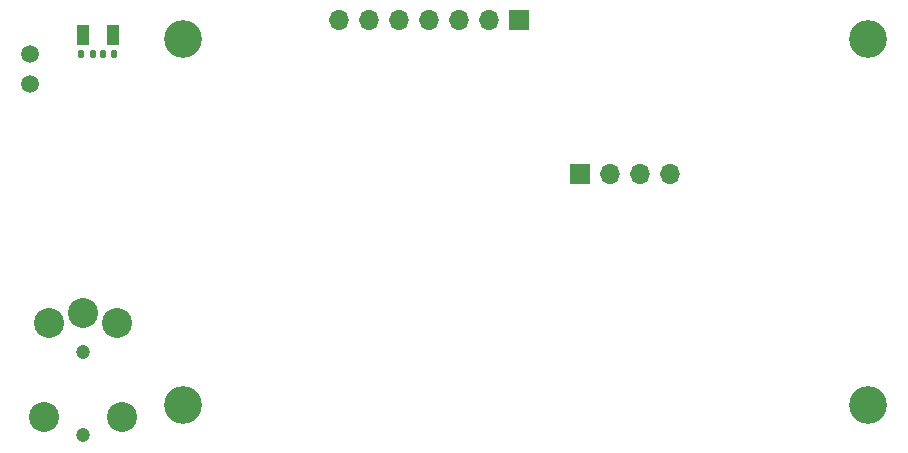
<source format=gbs>
G04 #@! TF.GenerationSoftware,KiCad,Pcbnew,9.0.0*
G04 #@! TF.CreationDate,2025-08-07T23:08:42-07:00*
G04 #@! TF.ProjectId,pocket_radio_v3,706f636b-6574-45f7-9261-64696f5f7633,rev?*
G04 #@! TF.SameCoordinates,Original*
G04 #@! TF.FileFunction,Soldermask,Bot*
G04 #@! TF.FilePolarity,Negative*
%FSLAX46Y46*%
G04 Gerber Fmt 4.6, Leading zero omitted, Abs format (unit mm)*
G04 Created by KiCad (PCBNEW 9.0.0) date 2025-08-07 23:08:42*
%MOMM*%
%LPD*%
G01*
G04 APERTURE LIST*
G04 Aperture macros list*
%AMRoundRect*
0 Rectangle with rounded corners*
0 $1 Rounding radius*
0 $2 $3 $4 $5 $6 $7 $8 $9 X,Y pos of 4 corners*
0 Add a 4 corners polygon primitive as box body*
4,1,4,$2,$3,$4,$5,$6,$7,$8,$9,$2,$3,0*
0 Add four circle primitives for the rounded corners*
1,1,$1+$1,$2,$3*
1,1,$1+$1,$4,$5*
1,1,$1+$1,$6,$7*
1,1,$1+$1,$8,$9*
0 Add four rect primitives between the rounded corners*
20,1,$1+$1,$2,$3,$4,$5,0*
20,1,$1+$1,$4,$5,$6,$7,0*
20,1,$1+$1,$6,$7,$8,$9,0*
20,1,$1+$1,$8,$9,$2,$3,0*%
G04 Aperture macros list end*
%ADD10R,1.700000X1.700000*%
%ADD11O,1.700000X1.700000*%
%ADD12C,3.200000*%
%ADD13C,1.200000*%
%ADD14C,2.540000*%
%ADD15C,1.500000*%
%ADD16R,1.000000X1.800000*%
%ADD17RoundRect,0.140000X-0.140000X-0.170000X0.140000X-0.170000X0.140000X0.170000X-0.140000X0.170000X0*%
%ADD18RoundRect,0.140000X0.140000X0.170000X-0.140000X0.170000X-0.140000X-0.170000X0.140000X-0.170000X0*%
G04 APERTURE END LIST*
D10*
X145500000Y-75368095D03*
D11*
X142960000Y-75368095D03*
X140420000Y-75368095D03*
X137880000Y-75368095D03*
X135340000Y-75368095D03*
X132800000Y-75368095D03*
X130260000Y-75368095D03*
D12*
X117000000Y-76968095D03*
D10*
X150660000Y-88418095D03*
D11*
X153200000Y-88418095D03*
X155740000Y-88418095D03*
X158280000Y-88418095D03*
D12*
X175000000Y-76968095D03*
X117000000Y-107968095D03*
D13*
X108550000Y-110493095D03*
X108550000Y-103493095D03*
D14*
X108550000Y-100193095D03*
X105700000Y-100993095D03*
X111400000Y-100993095D03*
X105250000Y-108993095D03*
X111850000Y-108993095D03*
D12*
X175000000Y-107968095D03*
D15*
X104100000Y-78193095D03*
X104100000Y-80733095D03*
D16*
X111055000Y-76593095D03*
X108555000Y-76593095D03*
D17*
X110245000Y-78243095D03*
X111205000Y-78243095D03*
D18*
X109355000Y-78243095D03*
X108395000Y-78243095D03*
M02*

</source>
